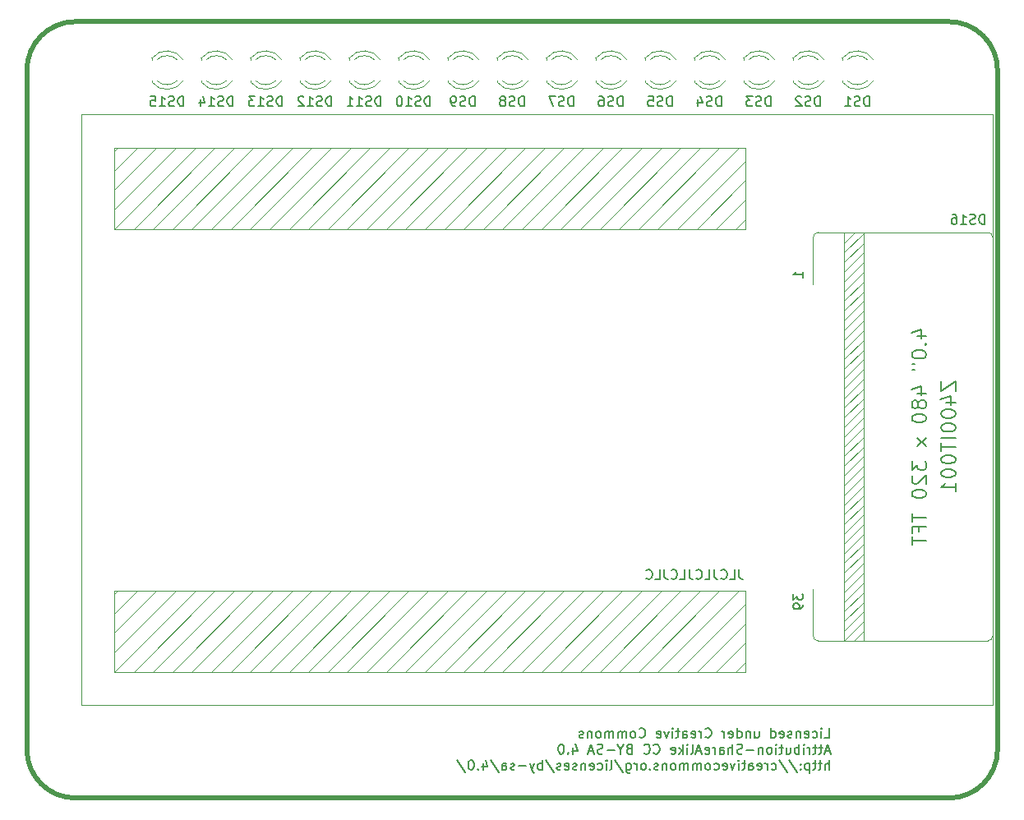
<source format=gbr>
G04 #@! TF.GenerationSoftware,KiCad,Pcbnew,(5.1.8)-1*
G04 #@! TF.CreationDate,2021-01-06T22:06:37-05:00*
G04 #@! TF.ProjectId,CANDash 2,43414e44-6173-4682-9032-2e6b69636164,2A*
G04 #@! TF.SameCoordinates,Original*
G04 #@! TF.FileFunction,Legend,Bot*
G04 #@! TF.FilePolarity,Positive*
%FSLAX46Y46*%
G04 Gerber Fmt 4.6, Leading zero omitted, Abs format (unit mm)*
G04 Created by KiCad (PCBNEW (5.1.8)-1) date 2021-01-06 22:06:37*
%MOMM*%
%LPD*%
G01*
G04 APERTURE LIST*
%ADD10C,0.150000*%
G04 #@! TA.AperFunction,Profile*
%ADD11C,0.508000*%
G04 #@! TD*
%ADD12C,0.120000*%
%ADD13C,0.152400*%
G04 APERTURE END LIST*
D10*
X173378690Y-121452380D02*
X173378690Y-122166666D01*
X173426309Y-122309523D01*
X173521547Y-122404761D01*
X173664404Y-122452380D01*
X173759642Y-122452380D01*
X172426309Y-122452380D02*
X172902500Y-122452380D01*
X172902500Y-121452380D01*
X171521547Y-122357142D02*
X171569166Y-122404761D01*
X171712023Y-122452380D01*
X171807261Y-122452380D01*
X171950119Y-122404761D01*
X172045357Y-122309523D01*
X172092976Y-122214285D01*
X172140595Y-122023809D01*
X172140595Y-121880952D01*
X172092976Y-121690476D01*
X172045357Y-121595238D01*
X171950119Y-121500000D01*
X171807261Y-121452380D01*
X171712023Y-121452380D01*
X171569166Y-121500000D01*
X171521547Y-121547619D01*
X170807261Y-121452380D02*
X170807261Y-122166666D01*
X170854880Y-122309523D01*
X170950119Y-122404761D01*
X171092976Y-122452380D01*
X171188214Y-122452380D01*
X169854880Y-122452380D02*
X170331071Y-122452380D01*
X170331071Y-121452380D01*
X168950119Y-122357142D02*
X168997738Y-122404761D01*
X169140595Y-122452380D01*
X169235833Y-122452380D01*
X169378690Y-122404761D01*
X169473928Y-122309523D01*
X169521547Y-122214285D01*
X169569166Y-122023809D01*
X169569166Y-121880952D01*
X169521547Y-121690476D01*
X169473928Y-121595238D01*
X169378690Y-121500000D01*
X169235833Y-121452380D01*
X169140595Y-121452380D01*
X168997738Y-121500000D01*
X168950119Y-121547619D01*
X168235833Y-121452380D02*
X168235833Y-122166666D01*
X168283452Y-122309523D01*
X168378690Y-122404761D01*
X168521547Y-122452380D01*
X168616785Y-122452380D01*
X167283452Y-122452380D02*
X167759642Y-122452380D01*
X167759642Y-121452380D01*
X166378690Y-122357142D02*
X166426309Y-122404761D01*
X166569166Y-122452380D01*
X166664404Y-122452380D01*
X166807261Y-122404761D01*
X166902500Y-122309523D01*
X166950119Y-122214285D01*
X166997738Y-122023809D01*
X166997738Y-121880952D01*
X166950119Y-121690476D01*
X166902500Y-121595238D01*
X166807261Y-121500000D01*
X166664404Y-121452380D01*
X166569166Y-121452380D01*
X166426309Y-121500000D01*
X166378690Y-121547619D01*
X165664404Y-121452380D02*
X165664404Y-122166666D01*
X165712023Y-122309523D01*
X165807261Y-122404761D01*
X165950119Y-122452380D01*
X166045357Y-122452380D01*
X164712023Y-122452380D02*
X165188214Y-122452380D01*
X165188214Y-121452380D01*
X163807261Y-122357142D02*
X163854880Y-122404761D01*
X163997738Y-122452380D01*
X164092976Y-122452380D01*
X164235833Y-122404761D01*
X164331071Y-122309523D01*
X164378690Y-122214285D01*
X164426309Y-122023809D01*
X164426309Y-121880952D01*
X164378690Y-121690476D01*
X164331071Y-121595238D01*
X164235833Y-121500000D01*
X164092976Y-121452380D01*
X163997738Y-121452380D01*
X163854880Y-121500000D01*
X163807261Y-121547619D01*
X182188214Y-138802380D02*
X182664404Y-138802380D01*
X182664404Y-137802380D01*
X181854880Y-138802380D02*
X181854880Y-138135714D01*
X181854880Y-137802380D02*
X181902500Y-137850000D01*
X181854880Y-137897619D01*
X181807261Y-137850000D01*
X181854880Y-137802380D01*
X181854880Y-137897619D01*
X180950119Y-138754761D02*
X181045357Y-138802380D01*
X181235833Y-138802380D01*
X181331071Y-138754761D01*
X181378690Y-138707142D01*
X181426309Y-138611904D01*
X181426309Y-138326190D01*
X181378690Y-138230952D01*
X181331071Y-138183333D01*
X181235833Y-138135714D01*
X181045357Y-138135714D01*
X180950119Y-138183333D01*
X180140595Y-138754761D02*
X180235833Y-138802380D01*
X180426309Y-138802380D01*
X180521547Y-138754761D01*
X180569166Y-138659523D01*
X180569166Y-138278571D01*
X180521547Y-138183333D01*
X180426309Y-138135714D01*
X180235833Y-138135714D01*
X180140595Y-138183333D01*
X180092976Y-138278571D01*
X180092976Y-138373809D01*
X180569166Y-138469047D01*
X179664404Y-138135714D02*
X179664404Y-138802380D01*
X179664404Y-138230952D02*
X179616785Y-138183333D01*
X179521547Y-138135714D01*
X179378690Y-138135714D01*
X179283452Y-138183333D01*
X179235833Y-138278571D01*
X179235833Y-138802380D01*
X178807261Y-138754761D02*
X178712023Y-138802380D01*
X178521547Y-138802380D01*
X178426309Y-138754761D01*
X178378690Y-138659523D01*
X178378690Y-138611904D01*
X178426309Y-138516666D01*
X178521547Y-138469047D01*
X178664404Y-138469047D01*
X178759642Y-138421428D01*
X178807261Y-138326190D01*
X178807261Y-138278571D01*
X178759642Y-138183333D01*
X178664404Y-138135714D01*
X178521547Y-138135714D01*
X178426309Y-138183333D01*
X177569166Y-138754761D02*
X177664404Y-138802380D01*
X177854880Y-138802380D01*
X177950119Y-138754761D01*
X177997738Y-138659523D01*
X177997738Y-138278571D01*
X177950119Y-138183333D01*
X177854880Y-138135714D01*
X177664404Y-138135714D01*
X177569166Y-138183333D01*
X177521547Y-138278571D01*
X177521547Y-138373809D01*
X177997738Y-138469047D01*
X176664404Y-138802380D02*
X176664404Y-137802380D01*
X176664404Y-138754761D02*
X176759642Y-138802380D01*
X176950119Y-138802380D01*
X177045357Y-138754761D01*
X177092976Y-138707142D01*
X177140595Y-138611904D01*
X177140595Y-138326190D01*
X177092976Y-138230952D01*
X177045357Y-138183333D01*
X176950119Y-138135714D01*
X176759642Y-138135714D01*
X176664404Y-138183333D01*
X174997738Y-138135714D02*
X174997738Y-138802380D01*
X175426309Y-138135714D02*
X175426309Y-138659523D01*
X175378690Y-138754761D01*
X175283452Y-138802380D01*
X175140595Y-138802380D01*
X175045357Y-138754761D01*
X174997738Y-138707142D01*
X174521547Y-138135714D02*
X174521547Y-138802380D01*
X174521547Y-138230952D02*
X174473928Y-138183333D01*
X174378690Y-138135714D01*
X174235833Y-138135714D01*
X174140595Y-138183333D01*
X174092976Y-138278571D01*
X174092976Y-138802380D01*
X173188214Y-138802380D02*
X173188214Y-137802380D01*
X173188214Y-138754761D02*
X173283452Y-138802380D01*
X173473928Y-138802380D01*
X173569166Y-138754761D01*
X173616785Y-138707142D01*
X173664404Y-138611904D01*
X173664404Y-138326190D01*
X173616785Y-138230952D01*
X173569166Y-138183333D01*
X173473928Y-138135714D01*
X173283452Y-138135714D01*
X173188214Y-138183333D01*
X172331071Y-138754761D02*
X172426309Y-138802380D01*
X172616785Y-138802380D01*
X172712023Y-138754761D01*
X172759642Y-138659523D01*
X172759642Y-138278571D01*
X172712023Y-138183333D01*
X172616785Y-138135714D01*
X172426309Y-138135714D01*
X172331071Y-138183333D01*
X172283452Y-138278571D01*
X172283452Y-138373809D01*
X172759642Y-138469047D01*
X171854880Y-138802380D02*
X171854880Y-138135714D01*
X171854880Y-138326190D02*
X171807261Y-138230952D01*
X171759642Y-138183333D01*
X171664404Y-138135714D01*
X171569166Y-138135714D01*
X169902500Y-138707142D02*
X169950119Y-138754761D01*
X170092976Y-138802380D01*
X170188214Y-138802380D01*
X170331071Y-138754761D01*
X170426309Y-138659523D01*
X170473928Y-138564285D01*
X170521547Y-138373809D01*
X170521547Y-138230952D01*
X170473928Y-138040476D01*
X170426309Y-137945238D01*
X170331071Y-137850000D01*
X170188214Y-137802380D01*
X170092976Y-137802380D01*
X169950119Y-137850000D01*
X169902500Y-137897619D01*
X169473928Y-138802380D02*
X169473928Y-138135714D01*
X169473928Y-138326190D02*
X169426309Y-138230952D01*
X169378690Y-138183333D01*
X169283452Y-138135714D01*
X169188214Y-138135714D01*
X168473928Y-138754761D02*
X168569166Y-138802380D01*
X168759642Y-138802380D01*
X168854880Y-138754761D01*
X168902500Y-138659523D01*
X168902500Y-138278571D01*
X168854880Y-138183333D01*
X168759642Y-138135714D01*
X168569166Y-138135714D01*
X168473928Y-138183333D01*
X168426309Y-138278571D01*
X168426309Y-138373809D01*
X168902500Y-138469047D01*
X167569166Y-138802380D02*
X167569166Y-138278571D01*
X167616785Y-138183333D01*
X167712023Y-138135714D01*
X167902500Y-138135714D01*
X167997738Y-138183333D01*
X167569166Y-138754761D02*
X167664404Y-138802380D01*
X167902500Y-138802380D01*
X167997738Y-138754761D01*
X168045357Y-138659523D01*
X168045357Y-138564285D01*
X167997738Y-138469047D01*
X167902500Y-138421428D01*
X167664404Y-138421428D01*
X167569166Y-138373809D01*
X167235833Y-138135714D02*
X166854880Y-138135714D01*
X167092976Y-137802380D02*
X167092976Y-138659523D01*
X167045357Y-138754761D01*
X166950119Y-138802380D01*
X166854880Y-138802380D01*
X166521547Y-138802380D02*
X166521547Y-138135714D01*
X166521547Y-137802380D02*
X166569166Y-137850000D01*
X166521547Y-137897619D01*
X166473928Y-137850000D01*
X166521547Y-137802380D01*
X166521547Y-137897619D01*
X166140595Y-138135714D02*
X165902500Y-138802380D01*
X165664404Y-138135714D01*
X164902500Y-138754761D02*
X164997738Y-138802380D01*
X165188214Y-138802380D01*
X165283452Y-138754761D01*
X165331071Y-138659523D01*
X165331071Y-138278571D01*
X165283452Y-138183333D01*
X165188214Y-138135714D01*
X164997738Y-138135714D01*
X164902500Y-138183333D01*
X164854880Y-138278571D01*
X164854880Y-138373809D01*
X165331071Y-138469047D01*
X163092976Y-138707142D02*
X163140595Y-138754761D01*
X163283452Y-138802380D01*
X163378690Y-138802380D01*
X163521547Y-138754761D01*
X163616785Y-138659523D01*
X163664404Y-138564285D01*
X163712023Y-138373809D01*
X163712023Y-138230952D01*
X163664404Y-138040476D01*
X163616785Y-137945238D01*
X163521547Y-137850000D01*
X163378690Y-137802380D01*
X163283452Y-137802380D01*
X163140595Y-137850000D01*
X163092976Y-137897619D01*
X162521547Y-138802380D02*
X162616785Y-138754761D01*
X162664404Y-138707142D01*
X162712023Y-138611904D01*
X162712023Y-138326190D01*
X162664404Y-138230952D01*
X162616785Y-138183333D01*
X162521547Y-138135714D01*
X162378690Y-138135714D01*
X162283452Y-138183333D01*
X162235833Y-138230952D01*
X162188214Y-138326190D01*
X162188214Y-138611904D01*
X162235833Y-138707142D01*
X162283452Y-138754761D01*
X162378690Y-138802380D01*
X162521547Y-138802380D01*
X161759642Y-138802380D02*
X161759642Y-138135714D01*
X161759642Y-138230952D02*
X161712023Y-138183333D01*
X161616785Y-138135714D01*
X161473928Y-138135714D01*
X161378690Y-138183333D01*
X161331071Y-138278571D01*
X161331071Y-138802380D01*
X161331071Y-138278571D02*
X161283452Y-138183333D01*
X161188214Y-138135714D01*
X161045357Y-138135714D01*
X160950119Y-138183333D01*
X160902500Y-138278571D01*
X160902500Y-138802380D01*
X160426309Y-138802380D02*
X160426309Y-138135714D01*
X160426309Y-138230952D02*
X160378690Y-138183333D01*
X160283452Y-138135714D01*
X160140595Y-138135714D01*
X160045357Y-138183333D01*
X159997738Y-138278571D01*
X159997738Y-138802380D01*
X159997738Y-138278571D02*
X159950119Y-138183333D01*
X159854880Y-138135714D01*
X159712023Y-138135714D01*
X159616785Y-138183333D01*
X159569166Y-138278571D01*
X159569166Y-138802380D01*
X158950119Y-138802380D02*
X159045357Y-138754761D01*
X159092976Y-138707142D01*
X159140595Y-138611904D01*
X159140595Y-138326190D01*
X159092976Y-138230952D01*
X159045357Y-138183333D01*
X158950119Y-138135714D01*
X158807261Y-138135714D01*
X158712023Y-138183333D01*
X158664404Y-138230952D01*
X158616785Y-138326190D01*
X158616785Y-138611904D01*
X158664404Y-138707142D01*
X158712023Y-138754761D01*
X158807261Y-138802380D01*
X158950119Y-138802380D01*
X158188214Y-138135714D02*
X158188214Y-138802380D01*
X158188214Y-138230952D02*
X158140595Y-138183333D01*
X158045357Y-138135714D01*
X157902500Y-138135714D01*
X157807261Y-138183333D01*
X157759642Y-138278571D01*
X157759642Y-138802380D01*
X157331071Y-138754761D02*
X157235833Y-138802380D01*
X157045357Y-138802380D01*
X156950119Y-138754761D01*
X156902500Y-138659523D01*
X156902500Y-138611904D01*
X156950119Y-138516666D01*
X157045357Y-138469047D01*
X157188214Y-138469047D01*
X157283452Y-138421428D01*
X157331071Y-138326190D01*
X157331071Y-138278571D01*
X157283452Y-138183333D01*
X157188214Y-138135714D01*
X157045357Y-138135714D01*
X156950119Y-138183333D01*
X182712023Y-140166666D02*
X182235833Y-140166666D01*
X182807261Y-140452380D02*
X182473928Y-139452380D01*
X182140595Y-140452380D01*
X181950119Y-139785714D02*
X181569166Y-139785714D01*
X181807261Y-139452380D02*
X181807261Y-140309523D01*
X181759642Y-140404761D01*
X181664404Y-140452380D01*
X181569166Y-140452380D01*
X181378690Y-139785714D02*
X180997738Y-139785714D01*
X181235833Y-139452380D02*
X181235833Y-140309523D01*
X181188214Y-140404761D01*
X181092976Y-140452380D01*
X180997738Y-140452380D01*
X180664404Y-140452380D02*
X180664404Y-139785714D01*
X180664404Y-139976190D02*
X180616785Y-139880952D01*
X180569166Y-139833333D01*
X180473928Y-139785714D01*
X180378690Y-139785714D01*
X180045357Y-140452380D02*
X180045357Y-139785714D01*
X180045357Y-139452380D02*
X180092976Y-139500000D01*
X180045357Y-139547619D01*
X179997738Y-139500000D01*
X180045357Y-139452380D01*
X180045357Y-139547619D01*
X179569166Y-140452380D02*
X179569166Y-139452380D01*
X179569166Y-139833333D02*
X179473928Y-139785714D01*
X179283452Y-139785714D01*
X179188214Y-139833333D01*
X179140595Y-139880952D01*
X179092976Y-139976190D01*
X179092976Y-140261904D01*
X179140595Y-140357142D01*
X179188214Y-140404761D01*
X179283452Y-140452380D01*
X179473928Y-140452380D01*
X179569166Y-140404761D01*
X178235833Y-139785714D02*
X178235833Y-140452380D01*
X178664404Y-139785714D02*
X178664404Y-140309523D01*
X178616785Y-140404761D01*
X178521547Y-140452380D01*
X178378690Y-140452380D01*
X178283452Y-140404761D01*
X178235833Y-140357142D01*
X177902500Y-139785714D02*
X177521547Y-139785714D01*
X177759642Y-139452380D02*
X177759642Y-140309523D01*
X177712023Y-140404761D01*
X177616785Y-140452380D01*
X177521547Y-140452380D01*
X177188214Y-140452380D02*
X177188214Y-139785714D01*
X177188214Y-139452380D02*
X177235833Y-139500000D01*
X177188214Y-139547619D01*
X177140595Y-139500000D01*
X177188214Y-139452380D01*
X177188214Y-139547619D01*
X176569166Y-140452380D02*
X176664404Y-140404761D01*
X176712023Y-140357142D01*
X176759642Y-140261904D01*
X176759642Y-139976190D01*
X176712023Y-139880952D01*
X176664404Y-139833333D01*
X176569166Y-139785714D01*
X176426309Y-139785714D01*
X176331071Y-139833333D01*
X176283452Y-139880952D01*
X176235833Y-139976190D01*
X176235833Y-140261904D01*
X176283452Y-140357142D01*
X176331071Y-140404761D01*
X176426309Y-140452380D01*
X176569166Y-140452380D01*
X175807261Y-139785714D02*
X175807261Y-140452380D01*
X175807261Y-139880952D02*
X175759642Y-139833333D01*
X175664404Y-139785714D01*
X175521547Y-139785714D01*
X175426309Y-139833333D01*
X175378690Y-139928571D01*
X175378690Y-140452380D01*
X174902500Y-140071428D02*
X174140595Y-140071428D01*
X173712023Y-140404761D02*
X173569166Y-140452380D01*
X173331071Y-140452380D01*
X173235833Y-140404761D01*
X173188214Y-140357142D01*
X173140595Y-140261904D01*
X173140595Y-140166666D01*
X173188214Y-140071428D01*
X173235833Y-140023809D01*
X173331071Y-139976190D01*
X173521547Y-139928571D01*
X173616785Y-139880952D01*
X173664404Y-139833333D01*
X173712023Y-139738095D01*
X173712023Y-139642857D01*
X173664404Y-139547619D01*
X173616785Y-139500000D01*
X173521547Y-139452380D01*
X173283452Y-139452380D01*
X173140595Y-139500000D01*
X172712023Y-140452380D02*
X172712023Y-139452380D01*
X172283452Y-140452380D02*
X172283452Y-139928571D01*
X172331071Y-139833333D01*
X172426309Y-139785714D01*
X172569166Y-139785714D01*
X172664404Y-139833333D01*
X172712023Y-139880952D01*
X171378690Y-140452380D02*
X171378690Y-139928571D01*
X171426309Y-139833333D01*
X171521547Y-139785714D01*
X171712023Y-139785714D01*
X171807261Y-139833333D01*
X171378690Y-140404761D02*
X171473928Y-140452380D01*
X171712023Y-140452380D01*
X171807261Y-140404761D01*
X171854880Y-140309523D01*
X171854880Y-140214285D01*
X171807261Y-140119047D01*
X171712023Y-140071428D01*
X171473928Y-140071428D01*
X171378690Y-140023809D01*
X170902500Y-140452380D02*
X170902500Y-139785714D01*
X170902500Y-139976190D02*
X170854880Y-139880952D01*
X170807261Y-139833333D01*
X170712023Y-139785714D01*
X170616785Y-139785714D01*
X169902500Y-140404761D02*
X169997738Y-140452380D01*
X170188214Y-140452380D01*
X170283452Y-140404761D01*
X170331071Y-140309523D01*
X170331071Y-139928571D01*
X170283452Y-139833333D01*
X170188214Y-139785714D01*
X169997738Y-139785714D01*
X169902500Y-139833333D01*
X169854880Y-139928571D01*
X169854880Y-140023809D01*
X170331071Y-140119047D01*
X169473928Y-140166666D02*
X168997738Y-140166666D01*
X169569166Y-140452380D02*
X169235833Y-139452380D01*
X168902500Y-140452380D01*
X168426309Y-140452380D02*
X168521547Y-140404761D01*
X168569166Y-140309523D01*
X168569166Y-139452380D01*
X168045357Y-140452380D02*
X168045357Y-139785714D01*
X168045357Y-139452380D02*
X168092976Y-139500000D01*
X168045357Y-139547619D01*
X167997738Y-139500000D01*
X168045357Y-139452380D01*
X168045357Y-139547619D01*
X167569166Y-140452380D02*
X167569166Y-139452380D01*
X167473928Y-140071428D02*
X167188214Y-140452380D01*
X167188214Y-139785714D02*
X167569166Y-140166666D01*
X166378690Y-140404761D02*
X166473928Y-140452380D01*
X166664404Y-140452380D01*
X166759642Y-140404761D01*
X166807261Y-140309523D01*
X166807261Y-139928571D01*
X166759642Y-139833333D01*
X166664404Y-139785714D01*
X166473928Y-139785714D01*
X166378690Y-139833333D01*
X166331071Y-139928571D01*
X166331071Y-140023809D01*
X166807261Y-140119047D01*
X164569166Y-140357142D02*
X164616785Y-140404761D01*
X164759642Y-140452380D01*
X164854880Y-140452380D01*
X164997738Y-140404761D01*
X165092976Y-140309523D01*
X165140595Y-140214285D01*
X165188214Y-140023809D01*
X165188214Y-139880952D01*
X165140595Y-139690476D01*
X165092976Y-139595238D01*
X164997738Y-139500000D01*
X164854880Y-139452380D01*
X164759642Y-139452380D01*
X164616785Y-139500000D01*
X164569166Y-139547619D01*
X163569166Y-140357142D02*
X163616785Y-140404761D01*
X163759642Y-140452380D01*
X163854880Y-140452380D01*
X163997738Y-140404761D01*
X164092976Y-140309523D01*
X164140595Y-140214285D01*
X164188214Y-140023809D01*
X164188214Y-139880952D01*
X164140595Y-139690476D01*
X164092976Y-139595238D01*
X163997738Y-139500000D01*
X163854880Y-139452380D01*
X163759642Y-139452380D01*
X163616785Y-139500000D01*
X163569166Y-139547619D01*
X162045357Y-139928571D02*
X161902500Y-139976190D01*
X161854880Y-140023809D01*
X161807261Y-140119047D01*
X161807261Y-140261904D01*
X161854880Y-140357142D01*
X161902500Y-140404761D01*
X161997738Y-140452380D01*
X162378690Y-140452380D01*
X162378690Y-139452380D01*
X162045357Y-139452380D01*
X161950119Y-139500000D01*
X161902500Y-139547619D01*
X161854880Y-139642857D01*
X161854880Y-139738095D01*
X161902500Y-139833333D01*
X161950119Y-139880952D01*
X162045357Y-139928571D01*
X162378690Y-139928571D01*
X161188214Y-139976190D02*
X161188214Y-140452380D01*
X161521547Y-139452380D02*
X161188214Y-139976190D01*
X160854880Y-139452380D01*
X160521547Y-140071428D02*
X159759642Y-140071428D01*
X159331071Y-140404761D02*
X159188214Y-140452380D01*
X158950119Y-140452380D01*
X158854880Y-140404761D01*
X158807261Y-140357142D01*
X158759642Y-140261904D01*
X158759642Y-140166666D01*
X158807261Y-140071428D01*
X158854880Y-140023809D01*
X158950119Y-139976190D01*
X159140595Y-139928571D01*
X159235833Y-139880952D01*
X159283452Y-139833333D01*
X159331071Y-139738095D01*
X159331071Y-139642857D01*
X159283452Y-139547619D01*
X159235833Y-139500000D01*
X159140595Y-139452380D01*
X158902500Y-139452380D01*
X158759642Y-139500000D01*
X158378690Y-140166666D02*
X157902500Y-140166666D01*
X158473928Y-140452380D02*
X158140595Y-139452380D01*
X157807261Y-140452380D01*
X156283452Y-139785714D02*
X156283452Y-140452380D01*
X156521547Y-139404761D02*
X156759642Y-140119047D01*
X156140595Y-140119047D01*
X155759642Y-140357142D02*
X155712023Y-140404761D01*
X155759642Y-140452380D01*
X155807261Y-140404761D01*
X155759642Y-140357142D01*
X155759642Y-140452380D01*
X155092976Y-139452380D02*
X154997738Y-139452380D01*
X154902500Y-139500000D01*
X154854880Y-139547619D01*
X154807261Y-139642857D01*
X154759642Y-139833333D01*
X154759642Y-140071428D01*
X154807261Y-140261904D01*
X154854880Y-140357142D01*
X154902500Y-140404761D01*
X154997738Y-140452380D01*
X155092976Y-140452380D01*
X155188214Y-140404761D01*
X155235833Y-140357142D01*
X155283452Y-140261904D01*
X155331071Y-140071428D01*
X155331071Y-139833333D01*
X155283452Y-139642857D01*
X155235833Y-139547619D01*
X155188214Y-139500000D01*
X155092976Y-139452380D01*
X182664404Y-142102380D02*
X182664404Y-141102380D01*
X182235833Y-142102380D02*
X182235833Y-141578571D01*
X182283452Y-141483333D01*
X182378690Y-141435714D01*
X182521547Y-141435714D01*
X182616785Y-141483333D01*
X182664404Y-141530952D01*
X181902500Y-141435714D02*
X181521547Y-141435714D01*
X181759642Y-141102380D02*
X181759642Y-141959523D01*
X181712023Y-142054761D01*
X181616785Y-142102380D01*
X181521547Y-142102380D01*
X181331071Y-141435714D02*
X180950119Y-141435714D01*
X181188214Y-141102380D02*
X181188214Y-141959523D01*
X181140595Y-142054761D01*
X181045357Y-142102380D01*
X180950119Y-142102380D01*
X180616785Y-141435714D02*
X180616785Y-142435714D01*
X180616785Y-141483333D02*
X180521547Y-141435714D01*
X180331071Y-141435714D01*
X180235833Y-141483333D01*
X180188214Y-141530952D01*
X180140595Y-141626190D01*
X180140595Y-141911904D01*
X180188214Y-142007142D01*
X180235833Y-142054761D01*
X180331071Y-142102380D01*
X180521547Y-142102380D01*
X180616785Y-142054761D01*
X179712023Y-142007142D02*
X179664404Y-142054761D01*
X179712023Y-142102380D01*
X179759642Y-142054761D01*
X179712023Y-142007142D01*
X179712023Y-142102380D01*
X179712023Y-141483333D02*
X179664404Y-141530952D01*
X179712023Y-141578571D01*
X179759642Y-141530952D01*
X179712023Y-141483333D01*
X179712023Y-141578571D01*
X178521547Y-141054761D02*
X179378690Y-142340476D01*
X177473928Y-141054761D02*
X178331071Y-142340476D01*
X176712023Y-142054761D02*
X176807261Y-142102380D01*
X176997738Y-142102380D01*
X177092976Y-142054761D01*
X177140595Y-142007142D01*
X177188214Y-141911904D01*
X177188214Y-141626190D01*
X177140595Y-141530952D01*
X177092976Y-141483333D01*
X176997738Y-141435714D01*
X176807261Y-141435714D01*
X176712023Y-141483333D01*
X176283452Y-142102380D02*
X176283452Y-141435714D01*
X176283452Y-141626190D02*
X176235833Y-141530952D01*
X176188214Y-141483333D01*
X176092976Y-141435714D01*
X175997738Y-141435714D01*
X175283452Y-142054761D02*
X175378690Y-142102380D01*
X175569166Y-142102380D01*
X175664404Y-142054761D01*
X175712023Y-141959523D01*
X175712023Y-141578571D01*
X175664404Y-141483333D01*
X175569166Y-141435714D01*
X175378690Y-141435714D01*
X175283452Y-141483333D01*
X175235833Y-141578571D01*
X175235833Y-141673809D01*
X175712023Y-141769047D01*
X174378690Y-142102380D02*
X174378690Y-141578571D01*
X174426309Y-141483333D01*
X174521547Y-141435714D01*
X174712023Y-141435714D01*
X174807261Y-141483333D01*
X174378690Y-142054761D02*
X174473928Y-142102380D01*
X174712023Y-142102380D01*
X174807261Y-142054761D01*
X174854880Y-141959523D01*
X174854880Y-141864285D01*
X174807261Y-141769047D01*
X174712023Y-141721428D01*
X174473928Y-141721428D01*
X174378690Y-141673809D01*
X174045357Y-141435714D02*
X173664404Y-141435714D01*
X173902500Y-141102380D02*
X173902500Y-141959523D01*
X173854880Y-142054761D01*
X173759642Y-142102380D01*
X173664404Y-142102380D01*
X173331071Y-142102380D02*
X173331071Y-141435714D01*
X173331071Y-141102380D02*
X173378690Y-141150000D01*
X173331071Y-141197619D01*
X173283452Y-141150000D01*
X173331071Y-141102380D01*
X173331071Y-141197619D01*
X172950119Y-141435714D02*
X172712023Y-142102380D01*
X172473928Y-141435714D01*
X171712023Y-142054761D02*
X171807261Y-142102380D01*
X171997738Y-142102380D01*
X172092976Y-142054761D01*
X172140595Y-141959523D01*
X172140595Y-141578571D01*
X172092976Y-141483333D01*
X171997738Y-141435714D01*
X171807261Y-141435714D01*
X171712023Y-141483333D01*
X171664404Y-141578571D01*
X171664404Y-141673809D01*
X172140595Y-141769047D01*
X170807261Y-142054761D02*
X170902500Y-142102380D01*
X171092976Y-142102380D01*
X171188214Y-142054761D01*
X171235833Y-142007142D01*
X171283452Y-141911904D01*
X171283452Y-141626190D01*
X171235833Y-141530952D01*
X171188214Y-141483333D01*
X171092976Y-141435714D01*
X170902500Y-141435714D01*
X170807261Y-141483333D01*
X170235833Y-142102380D02*
X170331071Y-142054761D01*
X170378690Y-142007142D01*
X170426309Y-141911904D01*
X170426309Y-141626190D01*
X170378690Y-141530952D01*
X170331071Y-141483333D01*
X170235833Y-141435714D01*
X170092976Y-141435714D01*
X169997738Y-141483333D01*
X169950119Y-141530952D01*
X169902500Y-141626190D01*
X169902500Y-141911904D01*
X169950119Y-142007142D01*
X169997738Y-142054761D01*
X170092976Y-142102380D01*
X170235833Y-142102380D01*
X169473928Y-142102380D02*
X169473928Y-141435714D01*
X169473928Y-141530952D02*
X169426309Y-141483333D01*
X169331071Y-141435714D01*
X169188214Y-141435714D01*
X169092976Y-141483333D01*
X169045357Y-141578571D01*
X169045357Y-142102380D01*
X169045357Y-141578571D02*
X168997738Y-141483333D01*
X168902500Y-141435714D01*
X168759642Y-141435714D01*
X168664404Y-141483333D01*
X168616785Y-141578571D01*
X168616785Y-142102380D01*
X168140595Y-142102380D02*
X168140595Y-141435714D01*
X168140595Y-141530952D02*
X168092976Y-141483333D01*
X167997738Y-141435714D01*
X167854880Y-141435714D01*
X167759642Y-141483333D01*
X167712023Y-141578571D01*
X167712023Y-142102380D01*
X167712023Y-141578571D02*
X167664404Y-141483333D01*
X167569166Y-141435714D01*
X167426309Y-141435714D01*
X167331071Y-141483333D01*
X167283452Y-141578571D01*
X167283452Y-142102380D01*
X166664404Y-142102380D02*
X166759642Y-142054761D01*
X166807261Y-142007142D01*
X166854880Y-141911904D01*
X166854880Y-141626190D01*
X166807261Y-141530952D01*
X166759642Y-141483333D01*
X166664404Y-141435714D01*
X166521547Y-141435714D01*
X166426309Y-141483333D01*
X166378690Y-141530952D01*
X166331071Y-141626190D01*
X166331071Y-141911904D01*
X166378690Y-142007142D01*
X166426309Y-142054761D01*
X166521547Y-142102380D01*
X166664404Y-142102380D01*
X165902500Y-141435714D02*
X165902500Y-142102380D01*
X165902500Y-141530952D02*
X165854880Y-141483333D01*
X165759642Y-141435714D01*
X165616785Y-141435714D01*
X165521547Y-141483333D01*
X165473928Y-141578571D01*
X165473928Y-142102380D01*
X165045357Y-142054761D02*
X164950119Y-142102380D01*
X164759642Y-142102380D01*
X164664404Y-142054761D01*
X164616785Y-141959523D01*
X164616785Y-141911904D01*
X164664404Y-141816666D01*
X164759642Y-141769047D01*
X164902500Y-141769047D01*
X164997738Y-141721428D01*
X165045357Y-141626190D01*
X165045357Y-141578571D01*
X164997738Y-141483333D01*
X164902500Y-141435714D01*
X164759642Y-141435714D01*
X164664404Y-141483333D01*
X164188214Y-142007142D02*
X164140595Y-142054761D01*
X164188214Y-142102380D01*
X164235833Y-142054761D01*
X164188214Y-142007142D01*
X164188214Y-142102380D01*
X163569166Y-142102380D02*
X163664404Y-142054761D01*
X163712023Y-142007142D01*
X163759642Y-141911904D01*
X163759642Y-141626190D01*
X163712023Y-141530952D01*
X163664404Y-141483333D01*
X163569166Y-141435714D01*
X163426309Y-141435714D01*
X163331071Y-141483333D01*
X163283452Y-141530952D01*
X163235833Y-141626190D01*
X163235833Y-141911904D01*
X163283452Y-142007142D01*
X163331071Y-142054761D01*
X163426309Y-142102380D01*
X163569166Y-142102380D01*
X162807261Y-142102380D02*
X162807261Y-141435714D01*
X162807261Y-141626190D02*
X162759642Y-141530952D01*
X162712023Y-141483333D01*
X162616785Y-141435714D01*
X162521547Y-141435714D01*
X161759642Y-141435714D02*
X161759642Y-142245238D01*
X161807261Y-142340476D01*
X161854880Y-142388095D01*
X161950119Y-142435714D01*
X162092976Y-142435714D01*
X162188214Y-142388095D01*
X161759642Y-142054761D02*
X161854880Y-142102380D01*
X162045357Y-142102380D01*
X162140595Y-142054761D01*
X162188214Y-142007142D01*
X162235833Y-141911904D01*
X162235833Y-141626190D01*
X162188214Y-141530952D01*
X162140595Y-141483333D01*
X162045357Y-141435714D01*
X161854880Y-141435714D01*
X161759642Y-141483333D01*
X160569166Y-141054761D02*
X161426309Y-142340476D01*
X160092976Y-142102380D02*
X160188214Y-142054761D01*
X160235833Y-141959523D01*
X160235833Y-141102380D01*
X159712023Y-142102380D02*
X159712023Y-141435714D01*
X159712023Y-141102380D02*
X159759642Y-141150000D01*
X159712023Y-141197619D01*
X159664404Y-141150000D01*
X159712023Y-141102380D01*
X159712023Y-141197619D01*
X158807261Y-142054761D02*
X158902500Y-142102380D01*
X159092976Y-142102380D01*
X159188214Y-142054761D01*
X159235833Y-142007142D01*
X159283452Y-141911904D01*
X159283452Y-141626190D01*
X159235833Y-141530952D01*
X159188214Y-141483333D01*
X159092976Y-141435714D01*
X158902500Y-141435714D01*
X158807261Y-141483333D01*
X157997738Y-142054761D02*
X158092976Y-142102380D01*
X158283452Y-142102380D01*
X158378690Y-142054761D01*
X158426309Y-141959523D01*
X158426309Y-141578571D01*
X158378690Y-141483333D01*
X158283452Y-141435714D01*
X158092976Y-141435714D01*
X157997738Y-141483333D01*
X157950119Y-141578571D01*
X157950119Y-141673809D01*
X158426309Y-141769047D01*
X157521547Y-141435714D02*
X157521547Y-142102380D01*
X157521547Y-141530952D02*
X157473928Y-141483333D01*
X157378690Y-141435714D01*
X157235833Y-141435714D01*
X157140595Y-141483333D01*
X157092976Y-141578571D01*
X157092976Y-142102380D01*
X156664404Y-142054761D02*
X156569166Y-142102380D01*
X156378690Y-142102380D01*
X156283452Y-142054761D01*
X156235833Y-141959523D01*
X156235833Y-141911904D01*
X156283452Y-141816666D01*
X156378690Y-141769047D01*
X156521547Y-141769047D01*
X156616785Y-141721428D01*
X156664404Y-141626190D01*
X156664404Y-141578571D01*
X156616785Y-141483333D01*
X156521547Y-141435714D01*
X156378690Y-141435714D01*
X156283452Y-141483333D01*
X155426309Y-142054761D02*
X155521547Y-142102380D01*
X155712023Y-142102380D01*
X155807261Y-142054761D01*
X155854880Y-141959523D01*
X155854880Y-141578571D01*
X155807261Y-141483333D01*
X155712023Y-141435714D01*
X155521547Y-141435714D01*
X155426309Y-141483333D01*
X155378690Y-141578571D01*
X155378690Y-141673809D01*
X155854880Y-141769047D01*
X154997738Y-142054761D02*
X154902500Y-142102380D01*
X154712023Y-142102380D01*
X154616785Y-142054761D01*
X154569166Y-141959523D01*
X154569166Y-141911904D01*
X154616785Y-141816666D01*
X154712023Y-141769047D01*
X154854880Y-141769047D01*
X154950119Y-141721428D01*
X154997738Y-141626190D01*
X154997738Y-141578571D01*
X154950119Y-141483333D01*
X154854880Y-141435714D01*
X154712023Y-141435714D01*
X154616785Y-141483333D01*
X153426309Y-141054761D02*
X154283452Y-142340476D01*
X153092976Y-142102380D02*
X153092976Y-141102380D01*
X153092976Y-141483333D02*
X152997738Y-141435714D01*
X152807261Y-141435714D01*
X152712023Y-141483333D01*
X152664404Y-141530952D01*
X152616785Y-141626190D01*
X152616785Y-141911904D01*
X152664404Y-142007142D01*
X152712023Y-142054761D01*
X152807261Y-142102380D01*
X152997738Y-142102380D01*
X153092976Y-142054761D01*
X152283452Y-141435714D02*
X152045357Y-142102380D01*
X151807261Y-141435714D02*
X152045357Y-142102380D01*
X152140595Y-142340476D01*
X152188214Y-142388095D01*
X152283452Y-142435714D01*
X151426309Y-141721428D02*
X150664404Y-141721428D01*
X150235833Y-142054761D02*
X150140595Y-142102380D01*
X149950119Y-142102380D01*
X149854880Y-142054761D01*
X149807261Y-141959523D01*
X149807261Y-141911904D01*
X149854880Y-141816666D01*
X149950119Y-141769047D01*
X150092976Y-141769047D01*
X150188214Y-141721428D01*
X150235833Y-141626190D01*
X150235833Y-141578571D01*
X150188214Y-141483333D01*
X150092976Y-141435714D01*
X149950119Y-141435714D01*
X149854880Y-141483333D01*
X148950119Y-142102380D02*
X148950119Y-141578571D01*
X148997738Y-141483333D01*
X149092976Y-141435714D01*
X149283452Y-141435714D01*
X149378690Y-141483333D01*
X148950119Y-142054761D02*
X149045357Y-142102380D01*
X149283452Y-142102380D01*
X149378690Y-142054761D01*
X149426309Y-141959523D01*
X149426309Y-141864285D01*
X149378690Y-141769047D01*
X149283452Y-141721428D01*
X149045357Y-141721428D01*
X148950119Y-141673809D01*
X147759642Y-141054761D02*
X148616785Y-142340476D01*
X146997738Y-141435714D02*
X146997738Y-142102380D01*
X147235833Y-141054761D02*
X147473928Y-141769047D01*
X146854880Y-141769047D01*
X146473928Y-142007142D02*
X146426309Y-142054761D01*
X146473928Y-142102380D01*
X146521547Y-142054761D01*
X146473928Y-142007142D01*
X146473928Y-142102380D01*
X145807261Y-141102380D02*
X145712023Y-141102380D01*
X145616785Y-141150000D01*
X145569166Y-141197619D01*
X145521547Y-141292857D01*
X145473928Y-141483333D01*
X145473928Y-141721428D01*
X145521547Y-141911904D01*
X145569166Y-142007142D01*
X145616785Y-142054761D01*
X145712023Y-142102380D01*
X145807261Y-142102380D01*
X145902500Y-142054761D01*
X145950119Y-142007142D01*
X145997738Y-141911904D01*
X146045357Y-141721428D01*
X146045357Y-141483333D01*
X145997738Y-141292857D01*
X145950119Y-141197619D01*
X145902500Y-141150000D01*
X145807261Y-141102380D01*
X144331071Y-141054761D02*
X145188214Y-142340476D01*
D11*
X105000000Y-65000000D02*
X195000000Y-65000000D01*
X200000000Y-70000000D02*
X200000000Y-140000000D01*
X200000000Y-70000000D02*
G75*
G03*
X195000000Y-65000000I-5000000J0D01*
G01*
X100000000Y-70000000D02*
X100000000Y-140000000D01*
X105000000Y-65000000D02*
G75*
G03*
X100000000Y-70000000I0J-5000000D01*
G01*
X195000000Y-145000000D02*
X105000000Y-145000000D01*
X195000000Y-145000000D02*
G75*
G03*
X200000000Y-140000000I0J5000000D01*
G01*
X100000000Y-140000000D02*
G75*
G03*
X105000000Y-145000000I5000000J0D01*
G01*
D12*
X111350000Y-78000000D02*
X109000000Y-80350000D01*
X113350000Y-78000000D02*
X109000000Y-82350000D01*
X115350000Y-78000000D02*
X109000000Y-84350000D01*
X117350000Y-78000000D02*
X109000000Y-86350000D01*
X133350000Y-78000000D02*
X125000000Y-86350000D01*
X137350000Y-78000000D02*
X129000000Y-86350000D01*
X135350000Y-78000000D02*
X127000000Y-86350000D01*
X143350000Y-78000000D02*
X135000000Y-86350000D01*
X139350000Y-78000000D02*
X131000000Y-86350000D01*
X141350000Y-78000000D02*
X133000000Y-86350000D01*
X149350000Y-78000000D02*
X141000000Y-86350000D01*
X145350000Y-78000000D02*
X137000000Y-86350000D01*
X147350000Y-78000000D02*
X139000000Y-86350000D01*
X119350000Y-78000000D02*
X111000000Y-86350000D01*
X125350000Y-78000000D02*
X117000000Y-86350000D01*
X121350000Y-78000000D02*
X113000000Y-86350000D01*
X123350000Y-78000000D02*
X115000000Y-86350000D01*
X129350000Y-78000000D02*
X121000000Y-86350000D01*
X127350000Y-78000000D02*
X119000000Y-86350000D01*
X131350000Y-78000000D02*
X123000000Y-86350000D01*
X161350000Y-78000000D02*
X153000000Y-86350000D01*
X159350000Y-78000000D02*
X151000000Y-86350000D01*
X157350000Y-78000000D02*
X149000000Y-86350000D01*
X165350000Y-78000000D02*
X157000000Y-86350000D01*
X167350000Y-78000000D02*
X159000000Y-86350000D01*
X163350000Y-78000000D02*
X155000000Y-86350000D01*
X169350000Y-78000000D02*
X161000000Y-86350000D01*
X174000000Y-79350000D02*
X167000000Y-86350000D01*
X174000000Y-83350000D02*
X171000000Y-86350000D01*
X173350000Y-78000000D02*
X165000000Y-86350000D01*
X174000000Y-85350000D02*
X173000000Y-86350000D01*
X174000000Y-81350000D02*
X169000000Y-86350000D01*
X171350000Y-78000000D02*
X163000000Y-86350000D01*
X155350000Y-78000000D02*
X147000000Y-86350000D01*
X151350000Y-78000000D02*
X143000000Y-86350000D01*
X109350000Y-78000000D02*
X109000000Y-78350000D01*
X153350000Y-78000000D02*
X145000000Y-86350000D01*
X109350000Y-123650000D02*
X109000000Y-124000000D01*
X111350000Y-123650000D02*
X109000000Y-126000000D01*
X113350000Y-123650000D02*
X109000000Y-128000000D01*
X115350000Y-123650000D02*
X109000000Y-130000000D01*
X117350000Y-123650000D02*
X109000000Y-132000000D01*
X119350000Y-123650000D02*
X111000000Y-132000000D01*
X121350000Y-123650000D02*
X113000000Y-132000000D01*
X125350000Y-123650000D02*
X117000000Y-132000000D01*
X123350000Y-123650000D02*
X115000000Y-132000000D01*
X127350000Y-123650000D02*
X119000000Y-132000000D01*
X131350000Y-123650000D02*
X123000000Y-132000000D01*
X129350000Y-123650000D02*
X121000000Y-132000000D01*
X133350000Y-123650000D02*
X125000000Y-132000000D01*
X137350000Y-123650000D02*
X129000000Y-132000000D01*
X135350000Y-123650000D02*
X127000000Y-132000000D01*
X139350000Y-123650000D02*
X131000000Y-132000000D01*
X143350000Y-123650000D02*
X135000000Y-132000000D01*
X141350000Y-123650000D02*
X133000000Y-132000000D01*
X145350000Y-123650000D02*
X137000000Y-132000000D01*
X149350000Y-123650000D02*
X141000000Y-132000000D01*
X147350000Y-123650000D02*
X139000000Y-132000000D01*
X151350000Y-123650000D02*
X143000000Y-132000000D01*
X155350000Y-123650000D02*
X147000000Y-132000000D01*
X153350000Y-123650000D02*
X145000000Y-132000000D01*
X157350000Y-123650000D02*
X149000000Y-132000000D01*
X161350000Y-123650000D02*
X153000000Y-132000000D01*
X159350000Y-123650000D02*
X151000000Y-132000000D01*
X163350000Y-123650000D02*
X155000000Y-132000000D01*
X167350000Y-123650000D02*
X159000000Y-132000000D01*
X165350000Y-123650000D02*
X157000000Y-132000000D01*
X169350000Y-123650000D02*
X161000000Y-132000000D01*
X171350000Y-123650000D02*
X163000000Y-132000000D01*
X185260000Y-86750000D02*
X184210000Y-87800000D01*
X186210000Y-86800000D02*
X184210000Y-88800000D01*
X186210000Y-87800000D02*
X184210000Y-89800000D01*
X186210000Y-88800000D02*
X184210000Y-90800000D01*
X186210000Y-89800000D02*
X184210000Y-91800000D01*
X186210000Y-90800000D02*
X184210000Y-92800000D01*
X186210000Y-91800000D02*
X184210000Y-93800000D01*
X186210000Y-92800000D02*
X184210000Y-94800000D01*
X186210000Y-93800000D02*
X184210000Y-95800000D01*
X186210000Y-94800000D02*
X184210000Y-96800000D01*
X186210000Y-95800000D02*
X184210000Y-97800000D01*
X186210000Y-96800000D02*
X184210000Y-98800000D01*
X186210000Y-97800000D02*
X184210000Y-99800000D01*
X186210000Y-98800000D02*
X184210000Y-100800000D01*
X186210000Y-99800000D02*
X184210000Y-101800000D01*
X186210000Y-100800000D02*
X184210000Y-102800000D01*
X186210000Y-101800000D02*
X184210000Y-103800000D01*
X186210000Y-102800000D02*
X184210000Y-104800000D01*
X186210000Y-103800000D02*
X184210000Y-105800000D01*
X186210000Y-104800000D02*
X184210000Y-106800000D01*
X186210000Y-105800000D02*
X184210000Y-107800000D01*
X186210000Y-106800000D02*
X184210000Y-108800000D01*
X186210000Y-107800000D02*
X184210000Y-109800000D01*
X186210000Y-108800000D02*
X184210000Y-110800000D01*
X186210000Y-109800000D02*
X184210000Y-111800000D01*
X186210000Y-110800000D02*
X184210000Y-112800000D01*
X186210000Y-111800000D02*
X184210000Y-113800000D01*
X186210000Y-112800000D02*
X184210000Y-114800000D01*
X186210000Y-113800000D02*
X184210000Y-115800000D01*
X186210000Y-114800000D02*
X184210000Y-116800000D01*
X186210000Y-115800000D02*
X184210000Y-117800000D01*
X186210000Y-116800000D02*
X184210000Y-118800000D01*
X186210000Y-117800000D02*
X184210000Y-119800000D01*
X186210000Y-118800000D02*
X184210000Y-120800000D01*
X186210000Y-119800000D02*
X184210000Y-121800000D01*
X186210000Y-120800000D02*
X184210000Y-122800000D01*
X186210000Y-127800000D02*
X185210000Y-128800000D01*
X186210000Y-121800000D02*
X184210000Y-123800000D01*
X186210000Y-123800000D02*
X184210000Y-125800000D01*
X186210000Y-124800000D02*
X184210000Y-126800000D01*
X186210000Y-122800000D02*
X184210000Y-124800000D01*
X186210000Y-125800000D02*
X184210000Y-127800000D01*
X186210000Y-126800000D02*
X184210000Y-128800000D01*
X199500000Y-74560000D02*
X105640000Y-74560000D01*
X199500000Y-135440000D02*
X105640000Y-135440000D01*
X199500000Y-74560000D02*
X199500000Y-135440000D01*
X105640000Y-74560000D02*
X105640000Y-135440000D01*
X199000000Y-86720000D02*
X181510000Y-86720000D01*
X181010000Y-87220000D02*
X181010000Y-92060000D01*
X199000000Y-128800000D02*
X181510000Y-128800000D01*
X181010000Y-128300000D02*
X181010000Y-123460000D01*
X184210000Y-86720000D02*
X184210000Y-128800000D01*
X186210000Y-86720000D02*
X186210000Y-128800000D01*
X174000000Y-78000000D02*
X109000000Y-78000000D01*
X109000000Y-86350000D02*
X174000000Y-86350000D01*
X109000000Y-78000000D02*
X109000000Y-86350000D01*
X174000000Y-86350000D02*
X174000000Y-78000000D01*
X109000000Y-132000000D02*
X174000000Y-132000000D01*
X174000000Y-123650000D02*
X109000000Y-123650000D01*
X109000000Y-123650000D02*
X109000000Y-132000000D01*
X174000000Y-132000000D02*
X174000000Y-123650000D01*
X174000000Y-131000000D02*
X173000000Y-132000000D01*
X174000000Y-129000000D02*
X171000000Y-132000000D01*
X174000000Y-127000000D02*
X169000000Y-132000000D01*
X174000000Y-125000000D02*
X167000000Y-132000000D01*
X173350000Y-123650000D02*
X165000000Y-132000000D01*
X181510000Y-128800000D02*
G75*
G02*
X181010000Y-128300000I0J500000D01*
G01*
X181010000Y-87220000D02*
G75*
G02*
X181510000Y-86720000I500000J0D01*
G01*
X199500000Y-128300000D02*
G75*
G02*
X199000000Y-128800000I-500000J0D01*
G01*
X199000000Y-86720000D02*
G75*
G02*
X199500000Y-87220000I0J-500000D01*
G01*
X112880000Y-68920000D02*
X112880000Y-68764000D01*
X112880000Y-71236000D02*
X112880000Y-71080000D01*
X116112335Y-71078608D02*
G75*
G02*
X112880000Y-71235516I-1672335J1078608D01*
G01*
X116112335Y-68921392D02*
G75*
G03*
X112880000Y-68764484I-1672335J-1078608D01*
G01*
X115481130Y-71079837D02*
G75*
G02*
X113399039Y-71080000I-1041130J1079837D01*
G01*
X115481130Y-68920163D02*
G75*
G03*
X113399039Y-68920000I-1041130J-1079837D01*
G01*
X117960000Y-68920000D02*
X117960000Y-68764000D01*
X117960000Y-71236000D02*
X117960000Y-71080000D01*
X121192335Y-71078608D02*
G75*
G02*
X117960000Y-71235516I-1672335J1078608D01*
G01*
X121192335Y-68921392D02*
G75*
G03*
X117960000Y-68764484I-1672335J-1078608D01*
G01*
X120561130Y-71079837D02*
G75*
G02*
X118479039Y-71080000I-1041130J1079837D01*
G01*
X120561130Y-68920163D02*
G75*
G03*
X118479039Y-68920000I-1041130J-1079837D01*
G01*
X123040000Y-68920000D02*
X123040000Y-68764000D01*
X123040000Y-71236000D02*
X123040000Y-71080000D01*
X126272335Y-71078608D02*
G75*
G02*
X123040000Y-71235516I-1672335J1078608D01*
G01*
X126272335Y-68921392D02*
G75*
G03*
X123040000Y-68764484I-1672335J-1078608D01*
G01*
X125641130Y-71079837D02*
G75*
G02*
X123559039Y-71080000I-1041130J1079837D01*
G01*
X125641130Y-68920163D02*
G75*
G03*
X123559039Y-68920000I-1041130J-1079837D01*
G01*
X128120000Y-68920000D02*
X128120000Y-68764000D01*
X128120000Y-71236000D02*
X128120000Y-71080000D01*
X131352335Y-71078608D02*
G75*
G02*
X128120000Y-71235516I-1672335J1078608D01*
G01*
X131352335Y-68921392D02*
G75*
G03*
X128120000Y-68764484I-1672335J-1078608D01*
G01*
X130721130Y-71079837D02*
G75*
G02*
X128639039Y-71080000I-1041130J1079837D01*
G01*
X130721130Y-68920163D02*
G75*
G03*
X128639039Y-68920000I-1041130J-1079837D01*
G01*
X133200000Y-68920000D02*
X133200000Y-68764000D01*
X133200000Y-71236000D02*
X133200000Y-71080000D01*
X136432335Y-71078608D02*
G75*
G02*
X133200000Y-71235516I-1672335J1078608D01*
G01*
X136432335Y-68921392D02*
G75*
G03*
X133200000Y-68764484I-1672335J-1078608D01*
G01*
X135801130Y-71079837D02*
G75*
G02*
X133719039Y-71080000I-1041130J1079837D01*
G01*
X135801130Y-68920163D02*
G75*
G03*
X133719039Y-68920000I-1041130J-1079837D01*
G01*
X138280000Y-68920000D02*
X138280000Y-68764000D01*
X138280000Y-71236000D02*
X138280000Y-71080000D01*
X141512335Y-71078608D02*
G75*
G02*
X138280000Y-71235516I-1672335J1078608D01*
G01*
X141512335Y-68921392D02*
G75*
G03*
X138280000Y-68764484I-1672335J-1078608D01*
G01*
X140881130Y-71079837D02*
G75*
G02*
X138799039Y-71080000I-1041130J1079837D01*
G01*
X140881130Y-68920163D02*
G75*
G03*
X138799039Y-68920000I-1041130J-1079837D01*
G01*
X143360000Y-68920000D02*
X143360000Y-68764000D01*
X143360000Y-71236000D02*
X143360000Y-71080000D01*
X146592335Y-71078608D02*
G75*
G02*
X143360000Y-71235516I-1672335J1078608D01*
G01*
X146592335Y-68921392D02*
G75*
G03*
X143360000Y-68764484I-1672335J-1078608D01*
G01*
X145961130Y-71079837D02*
G75*
G02*
X143879039Y-71080000I-1041130J1079837D01*
G01*
X145961130Y-68920163D02*
G75*
G03*
X143879039Y-68920000I-1041130J-1079837D01*
G01*
X148440000Y-68920000D02*
X148440000Y-68764000D01*
X148440000Y-71236000D02*
X148440000Y-71080000D01*
X151672335Y-71078608D02*
G75*
G02*
X148440000Y-71235516I-1672335J1078608D01*
G01*
X151672335Y-68921392D02*
G75*
G03*
X148440000Y-68764484I-1672335J-1078608D01*
G01*
X151041130Y-71079837D02*
G75*
G02*
X148959039Y-71080000I-1041130J1079837D01*
G01*
X151041130Y-68920163D02*
G75*
G03*
X148959039Y-68920000I-1041130J-1079837D01*
G01*
X153520000Y-68920000D02*
X153520000Y-68764000D01*
X153520000Y-71236000D02*
X153520000Y-71080000D01*
X156752335Y-71078608D02*
G75*
G02*
X153520000Y-71235516I-1672335J1078608D01*
G01*
X156752335Y-68921392D02*
G75*
G03*
X153520000Y-68764484I-1672335J-1078608D01*
G01*
X156121130Y-71079837D02*
G75*
G02*
X154039039Y-71080000I-1041130J1079837D01*
G01*
X156121130Y-68920163D02*
G75*
G03*
X154039039Y-68920000I-1041130J-1079837D01*
G01*
X158600000Y-68920000D02*
X158600000Y-68764000D01*
X158600000Y-71236000D02*
X158600000Y-71080000D01*
X161832335Y-71078608D02*
G75*
G02*
X158600000Y-71235516I-1672335J1078608D01*
G01*
X161832335Y-68921392D02*
G75*
G03*
X158600000Y-68764484I-1672335J-1078608D01*
G01*
X161201130Y-71079837D02*
G75*
G02*
X159119039Y-71080000I-1041130J1079837D01*
G01*
X161201130Y-68920163D02*
G75*
G03*
X159119039Y-68920000I-1041130J-1079837D01*
G01*
X163680000Y-68920000D02*
X163680000Y-68764000D01*
X163680000Y-71236000D02*
X163680000Y-71080000D01*
X166912335Y-71078608D02*
G75*
G02*
X163680000Y-71235516I-1672335J1078608D01*
G01*
X166912335Y-68921392D02*
G75*
G03*
X163680000Y-68764484I-1672335J-1078608D01*
G01*
X166281130Y-71079837D02*
G75*
G02*
X164199039Y-71080000I-1041130J1079837D01*
G01*
X166281130Y-68920163D02*
G75*
G03*
X164199039Y-68920000I-1041130J-1079837D01*
G01*
X168760000Y-68920000D02*
X168760000Y-68764000D01*
X168760000Y-71236000D02*
X168760000Y-71080000D01*
X171992335Y-71078608D02*
G75*
G02*
X168760000Y-71235516I-1672335J1078608D01*
G01*
X171992335Y-68921392D02*
G75*
G03*
X168760000Y-68764484I-1672335J-1078608D01*
G01*
X171361130Y-71079837D02*
G75*
G02*
X169279039Y-71080000I-1041130J1079837D01*
G01*
X171361130Y-68920163D02*
G75*
G03*
X169279039Y-68920000I-1041130J-1079837D01*
G01*
X173840000Y-68920000D02*
X173840000Y-68764000D01*
X173840000Y-71236000D02*
X173840000Y-71080000D01*
X177072335Y-71078608D02*
G75*
G02*
X173840000Y-71235516I-1672335J1078608D01*
G01*
X177072335Y-68921392D02*
G75*
G03*
X173840000Y-68764484I-1672335J-1078608D01*
G01*
X176441130Y-71079837D02*
G75*
G02*
X174359039Y-71080000I-1041130J1079837D01*
G01*
X176441130Y-68920163D02*
G75*
G03*
X174359039Y-68920000I-1041130J-1079837D01*
G01*
X178920000Y-68920000D02*
X178920000Y-68764000D01*
X178920000Y-71236000D02*
X178920000Y-71080000D01*
X182152335Y-71078608D02*
G75*
G02*
X178920000Y-71235516I-1672335J1078608D01*
G01*
X182152335Y-68921392D02*
G75*
G03*
X178920000Y-68764484I-1672335J-1078608D01*
G01*
X181521130Y-71079837D02*
G75*
G02*
X179439039Y-71080000I-1041130J1079837D01*
G01*
X181521130Y-68920163D02*
G75*
G03*
X179439039Y-68920000I-1041130J-1079837D01*
G01*
X184000000Y-68920000D02*
X184000000Y-68764000D01*
X184000000Y-71236000D02*
X184000000Y-71080000D01*
X187232335Y-71078608D02*
G75*
G02*
X184000000Y-71235516I-1672335J1078608D01*
G01*
X187232335Y-68921392D02*
G75*
G03*
X184000000Y-68764484I-1672335J-1078608D01*
G01*
X186601130Y-71079837D02*
G75*
G02*
X184519039Y-71080000I-1041130J1079837D01*
G01*
X186601130Y-68920163D02*
G75*
G03*
X184519039Y-68920000I-1041130J-1079837D01*
G01*
D10*
X198664404Y-85852380D02*
X198664404Y-84852380D01*
X198426309Y-84852380D01*
X198283452Y-84900000D01*
X198188214Y-84995238D01*
X198140595Y-85090476D01*
X198092976Y-85280952D01*
X198092976Y-85423809D01*
X198140595Y-85614285D01*
X198188214Y-85709523D01*
X198283452Y-85804761D01*
X198426309Y-85852380D01*
X198664404Y-85852380D01*
X197712023Y-85804761D02*
X197569166Y-85852380D01*
X197331071Y-85852380D01*
X197235833Y-85804761D01*
X197188214Y-85757142D01*
X197140595Y-85661904D01*
X197140595Y-85566666D01*
X197188214Y-85471428D01*
X197235833Y-85423809D01*
X197331071Y-85376190D01*
X197521547Y-85328571D01*
X197616785Y-85280952D01*
X197664404Y-85233333D01*
X197712023Y-85138095D01*
X197712023Y-85042857D01*
X197664404Y-84947619D01*
X197616785Y-84900000D01*
X197521547Y-84852380D01*
X197283452Y-84852380D01*
X197140595Y-84900000D01*
X196188214Y-85852380D02*
X196759642Y-85852380D01*
X196473928Y-85852380D02*
X196473928Y-84852380D01*
X196569166Y-84995238D01*
X196664404Y-85090476D01*
X196759642Y-85138095D01*
X195331071Y-84852380D02*
X195521547Y-84852380D01*
X195616785Y-84900000D01*
X195664404Y-84947619D01*
X195759642Y-85090476D01*
X195807261Y-85280952D01*
X195807261Y-85661904D01*
X195759642Y-85757142D01*
X195712023Y-85804761D01*
X195616785Y-85852380D01*
X195426309Y-85852380D01*
X195331071Y-85804761D01*
X195283452Y-85757142D01*
X195235833Y-85661904D01*
X195235833Y-85423809D01*
X195283452Y-85328571D01*
X195331071Y-85280952D01*
X195426309Y-85233333D01*
X195616785Y-85233333D01*
X195712023Y-85280952D01*
X195759642Y-85328571D01*
X195807261Y-85423809D01*
D13*
X178952380Y-123950476D02*
X178952380Y-124569523D01*
X179333333Y-124236190D01*
X179333333Y-124379047D01*
X179380952Y-124474285D01*
X179428571Y-124521904D01*
X179523809Y-124569523D01*
X179761904Y-124569523D01*
X179857142Y-124521904D01*
X179904761Y-124474285D01*
X179952380Y-124379047D01*
X179952380Y-124093333D01*
X179904761Y-123998095D01*
X179857142Y-123950476D01*
X179952380Y-125045714D02*
X179952380Y-125236190D01*
X179904761Y-125331428D01*
X179857142Y-125379047D01*
X179714285Y-125474285D01*
X179523809Y-125521904D01*
X179142857Y-125521904D01*
X179047619Y-125474285D01*
X179000000Y-125426666D01*
X178952380Y-125331428D01*
X178952380Y-125140952D01*
X179000000Y-125045714D01*
X179047619Y-124998095D01*
X179142857Y-124950476D01*
X179380952Y-124950476D01*
X179476190Y-124998095D01*
X179523809Y-125045714D01*
X179571428Y-125140952D01*
X179571428Y-125331428D01*
X179523809Y-125426666D01*
X179476190Y-125474285D01*
X179380952Y-125521904D01*
X179952380Y-91345714D02*
X179952380Y-90774285D01*
X179952380Y-91060000D02*
X178952380Y-91060000D01*
X179095238Y-90964761D01*
X179190476Y-90869523D01*
X179238095Y-90774285D01*
X194178571Y-102045714D02*
X194178571Y-103045714D01*
X195678571Y-102045714D01*
X195678571Y-103045714D01*
X194678571Y-104260000D02*
X195678571Y-104260000D01*
X194107142Y-103902857D02*
X195178571Y-103545714D01*
X195178571Y-104474285D01*
X194178571Y-105331428D02*
X194178571Y-105474285D01*
X194250000Y-105617142D01*
X194321428Y-105688571D01*
X194464285Y-105760000D01*
X194750000Y-105831428D01*
X195107142Y-105831428D01*
X195392857Y-105760000D01*
X195535714Y-105688571D01*
X195607142Y-105617142D01*
X195678571Y-105474285D01*
X195678571Y-105331428D01*
X195607142Y-105188571D01*
X195535714Y-105117142D01*
X195392857Y-105045714D01*
X195107142Y-104974285D01*
X194750000Y-104974285D01*
X194464285Y-105045714D01*
X194321428Y-105117142D01*
X194250000Y-105188571D01*
X194178571Y-105331428D01*
X194178571Y-106760000D02*
X194178571Y-106902857D01*
X194250000Y-107045714D01*
X194321428Y-107117142D01*
X194464285Y-107188571D01*
X194750000Y-107260000D01*
X195107142Y-107260000D01*
X195392857Y-107188571D01*
X195535714Y-107117142D01*
X195607142Y-107045714D01*
X195678571Y-106902857D01*
X195678571Y-106760000D01*
X195607142Y-106617142D01*
X195535714Y-106545714D01*
X195392857Y-106474285D01*
X195107142Y-106402857D01*
X194750000Y-106402857D01*
X194464285Y-106474285D01*
X194321428Y-106545714D01*
X194250000Y-106617142D01*
X194178571Y-106760000D01*
X195678571Y-107902857D02*
X194178571Y-107902857D01*
X194178571Y-108402857D02*
X194178571Y-109260000D01*
X195678571Y-108831428D02*
X194178571Y-108831428D01*
X194178571Y-110045714D02*
X194178571Y-110188571D01*
X194250000Y-110331428D01*
X194321428Y-110402857D01*
X194464285Y-110474285D01*
X194750000Y-110545714D01*
X195107142Y-110545714D01*
X195392857Y-110474285D01*
X195535714Y-110402857D01*
X195607142Y-110331428D01*
X195678571Y-110188571D01*
X195678571Y-110045714D01*
X195607142Y-109902857D01*
X195535714Y-109831428D01*
X195392857Y-109760000D01*
X195107142Y-109688571D01*
X194750000Y-109688571D01*
X194464285Y-109760000D01*
X194321428Y-109831428D01*
X194250000Y-109902857D01*
X194178571Y-110045714D01*
X194178571Y-111474285D02*
X194178571Y-111617142D01*
X194250000Y-111760000D01*
X194321428Y-111831428D01*
X194464285Y-111902857D01*
X194750000Y-111974285D01*
X195107142Y-111974285D01*
X195392857Y-111902857D01*
X195535714Y-111831428D01*
X195607142Y-111760000D01*
X195678571Y-111617142D01*
X195678571Y-111474285D01*
X195607142Y-111331428D01*
X195535714Y-111260000D01*
X195392857Y-111188571D01*
X195107142Y-111117142D01*
X194750000Y-111117142D01*
X194464285Y-111188571D01*
X194321428Y-111260000D01*
X194250000Y-111331428D01*
X194178571Y-111474285D01*
X195678571Y-113402857D02*
X195678571Y-112545714D01*
X195678571Y-112974285D02*
X194178571Y-112974285D01*
X194392857Y-112831428D01*
X194535714Y-112688571D01*
X194607142Y-112545714D01*
X191678571Y-97438571D02*
X192678571Y-97438571D01*
X191107142Y-97081428D02*
X192178571Y-96724285D01*
X192178571Y-97652857D01*
X192535714Y-98224285D02*
X192607142Y-98295714D01*
X192678571Y-98224285D01*
X192607142Y-98152857D01*
X192535714Y-98224285D01*
X192678571Y-98224285D01*
X191178571Y-99224285D02*
X191178571Y-99367142D01*
X191250000Y-99510000D01*
X191321428Y-99581428D01*
X191464285Y-99652857D01*
X191750000Y-99724285D01*
X192107142Y-99724285D01*
X192392857Y-99652857D01*
X192535714Y-99581428D01*
X192607142Y-99510000D01*
X192678571Y-99367142D01*
X192678571Y-99224285D01*
X192607142Y-99081428D01*
X192535714Y-99010000D01*
X192392857Y-98938571D01*
X192107142Y-98867142D01*
X191750000Y-98867142D01*
X191464285Y-98938571D01*
X191321428Y-99010000D01*
X191250000Y-99081428D01*
X191178571Y-99224285D01*
X191178571Y-100295714D02*
X191464285Y-100295714D01*
X191178571Y-100867142D02*
X191464285Y-100867142D01*
X191678571Y-103295714D02*
X192678571Y-103295714D01*
X191107142Y-102938571D02*
X192178571Y-102581428D01*
X192178571Y-103510000D01*
X191821428Y-104295714D02*
X191750000Y-104152857D01*
X191678571Y-104081428D01*
X191535714Y-104010000D01*
X191464285Y-104010000D01*
X191321428Y-104081428D01*
X191250000Y-104152857D01*
X191178571Y-104295714D01*
X191178571Y-104581428D01*
X191250000Y-104724285D01*
X191321428Y-104795714D01*
X191464285Y-104867142D01*
X191535714Y-104867142D01*
X191678571Y-104795714D01*
X191750000Y-104724285D01*
X191821428Y-104581428D01*
X191821428Y-104295714D01*
X191892857Y-104152857D01*
X191964285Y-104081428D01*
X192107142Y-104010000D01*
X192392857Y-104010000D01*
X192535714Y-104081428D01*
X192607142Y-104152857D01*
X192678571Y-104295714D01*
X192678571Y-104581428D01*
X192607142Y-104724285D01*
X192535714Y-104795714D01*
X192392857Y-104867142D01*
X192107142Y-104867142D01*
X191964285Y-104795714D01*
X191892857Y-104724285D01*
X191821428Y-104581428D01*
X191178571Y-105795714D02*
X191178571Y-105938571D01*
X191250000Y-106081428D01*
X191321428Y-106152857D01*
X191464285Y-106224285D01*
X191750000Y-106295714D01*
X192107142Y-106295714D01*
X192392857Y-106224285D01*
X192535714Y-106152857D01*
X192607142Y-106081428D01*
X192678571Y-105938571D01*
X192678571Y-105795714D01*
X192607142Y-105652857D01*
X192535714Y-105581428D01*
X192392857Y-105510000D01*
X192107142Y-105438571D01*
X191750000Y-105438571D01*
X191464285Y-105510000D01*
X191321428Y-105581428D01*
X191250000Y-105652857D01*
X191178571Y-105795714D01*
X192678571Y-107938571D02*
X191678571Y-108724285D01*
X191678571Y-107938571D02*
X192678571Y-108724285D01*
X191178571Y-110295714D02*
X191178571Y-111224285D01*
X191750000Y-110724285D01*
X191750000Y-110938571D01*
X191821428Y-111081428D01*
X191892857Y-111152857D01*
X192035714Y-111224285D01*
X192392857Y-111224285D01*
X192535714Y-111152857D01*
X192607142Y-111081428D01*
X192678571Y-110938571D01*
X192678571Y-110510000D01*
X192607142Y-110367142D01*
X192535714Y-110295714D01*
X191321428Y-111795714D02*
X191250000Y-111867142D01*
X191178571Y-112010000D01*
X191178571Y-112367142D01*
X191250000Y-112510000D01*
X191321428Y-112581428D01*
X191464285Y-112652857D01*
X191607142Y-112652857D01*
X191821428Y-112581428D01*
X192678571Y-111724285D01*
X192678571Y-112652857D01*
X191178571Y-113581428D02*
X191178571Y-113724285D01*
X191250000Y-113867142D01*
X191321428Y-113938571D01*
X191464285Y-114010000D01*
X191750000Y-114081428D01*
X192107142Y-114081428D01*
X192392857Y-114010000D01*
X192535714Y-113938571D01*
X192607142Y-113867142D01*
X192678571Y-113724285D01*
X192678571Y-113581428D01*
X192607142Y-113438571D01*
X192535714Y-113367142D01*
X192392857Y-113295714D01*
X192107142Y-113224285D01*
X191750000Y-113224285D01*
X191464285Y-113295714D01*
X191321428Y-113367142D01*
X191250000Y-113438571D01*
X191178571Y-113581428D01*
X191178571Y-115652857D02*
X191178571Y-116510000D01*
X192678571Y-116081428D02*
X191178571Y-116081428D01*
X191892857Y-117510000D02*
X191892857Y-117010000D01*
X192678571Y-117010000D02*
X191178571Y-117010000D01*
X191178571Y-117724285D01*
X191178571Y-118081428D02*
X191178571Y-118938571D01*
X192678571Y-118510000D02*
X191178571Y-118510000D01*
D10*
X116130476Y-73702380D02*
X116130476Y-72702380D01*
X115892380Y-72702380D01*
X115749523Y-72750000D01*
X115654285Y-72845238D01*
X115606666Y-72940476D01*
X115559047Y-73130952D01*
X115559047Y-73273809D01*
X115606666Y-73464285D01*
X115654285Y-73559523D01*
X115749523Y-73654761D01*
X115892380Y-73702380D01*
X116130476Y-73702380D01*
X115178095Y-73654761D02*
X115035238Y-73702380D01*
X114797142Y-73702380D01*
X114701904Y-73654761D01*
X114654285Y-73607142D01*
X114606666Y-73511904D01*
X114606666Y-73416666D01*
X114654285Y-73321428D01*
X114701904Y-73273809D01*
X114797142Y-73226190D01*
X114987619Y-73178571D01*
X115082857Y-73130952D01*
X115130476Y-73083333D01*
X115178095Y-72988095D01*
X115178095Y-72892857D01*
X115130476Y-72797619D01*
X115082857Y-72750000D01*
X114987619Y-72702380D01*
X114749523Y-72702380D01*
X114606666Y-72750000D01*
X113654285Y-73702380D02*
X114225714Y-73702380D01*
X113940000Y-73702380D02*
X113940000Y-72702380D01*
X114035238Y-72845238D01*
X114130476Y-72940476D01*
X114225714Y-72988095D01*
X112749523Y-72702380D02*
X113225714Y-72702380D01*
X113273333Y-73178571D01*
X113225714Y-73130952D01*
X113130476Y-73083333D01*
X112892380Y-73083333D01*
X112797142Y-73130952D01*
X112749523Y-73178571D01*
X112701904Y-73273809D01*
X112701904Y-73511904D01*
X112749523Y-73607142D01*
X112797142Y-73654761D01*
X112892380Y-73702380D01*
X113130476Y-73702380D01*
X113225714Y-73654761D01*
X113273333Y-73607142D01*
X121210476Y-73702380D02*
X121210476Y-72702380D01*
X120972380Y-72702380D01*
X120829523Y-72750000D01*
X120734285Y-72845238D01*
X120686666Y-72940476D01*
X120639047Y-73130952D01*
X120639047Y-73273809D01*
X120686666Y-73464285D01*
X120734285Y-73559523D01*
X120829523Y-73654761D01*
X120972380Y-73702380D01*
X121210476Y-73702380D01*
X120258095Y-73654761D02*
X120115238Y-73702380D01*
X119877142Y-73702380D01*
X119781904Y-73654761D01*
X119734285Y-73607142D01*
X119686666Y-73511904D01*
X119686666Y-73416666D01*
X119734285Y-73321428D01*
X119781904Y-73273809D01*
X119877142Y-73226190D01*
X120067619Y-73178571D01*
X120162857Y-73130952D01*
X120210476Y-73083333D01*
X120258095Y-72988095D01*
X120258095Y-72892857D01*
X120210476Y-72797619D01*
X120162857Y-72750000D01*
X120067619Y-72702380D01*
X119829523Y-72702380D01*
X119686666Y-72750000D01*
X118734285Y-73702380D02*
X119305714Y-73702380D01*
X119020000Y-73702380D02*
X119020000Y-72702380D01*
X119115238Y-72845238D01*
X119210476Y-72940476D01*
X119305714Y-72988095D01*
X117877142Y-73035714D02*
X117877142Y-73702380D01*
X118115238Y-72654761D02*
X118353333Y-73369047D01*
X117734285Y-73369047D01*
X126290476Y-73702380D02*
X126290476Y-72702380D01*
X126052380Y-72702380D01*
X125909523Y-72750000D01*
X125814285Y-72845238D01*
X125766666Y-72940476D01*
X125719047Y-73130952D01*
X125719047Y-73273809D01*
X125766666Y-73464285D01*
X125814285Y-73559523D01*
X125909523Y-73654761D01*
X126052380Y-73702380D01*
X126290476Y-73702380D01*
X125338095Y-73654761D02*
X125195238Y-73702380D01*
X124957142Y-73702380D01*
X124861904Y-73654761D01*
X124814285Y-73607142D01*
X124766666Y-73511904D01*
X124766666Y-73416666D01*
X124814285Y-73321428D01*
X124861904Y-73273809D01*
X124957142Y-73226190D01*
X125147619Y-73178571D01*
X125242857Y-73130952D01*
X125290476Y-73083333D01*
X125338095Y-72988095D01*
X125338095Y-72892857D01*
X125290476Y-72797619D01*
X125242857Y-72750000D01*
X125147619Y-72702380D01*
X124909523Y-72702380D01*
X124766666Y-72750000D01*
X123814285Y-73702380D02*
X124385714Y-73702380D01*
X124100000Y-73702380D02*
X124100000Y-72702380D01*
X124195238Y-72845238D01*
X124290476Y-72940476D01*
X124385714Y-72988095D01*
X123480952Y-72702380D02*
X122861904Y-72702380D01*
X123195238Y-73083333D01*
X123052380Y-73083333D01*
X122957142Y-73130952D01*
X122909523Y-73178571D01*
X122861904Y-73273809D01*
X122861904Y-73511904D01*
X122909523Y-73607142D01*
X122957142Y-73654761D01*
X123052380Y-73702380D01*
X123338095Y-73702380D01*
X123433333Y-73654761D01*
X123480952Y-73607142D01*
X131370476Y-73702380D02*
X131370476Y-72702380D01*
X131132380Y-72702380D01*
X130989523Y-72750000D01*
X130894285Y-72845238D01*
X130846666Y-72940476D01*
X130799047Y-73130952D01*
X130799047Y-73273809D01*
X130846666Y-73464285D01*
X130894285Y-73559523D01*
X130989523Y-73654761D01*
X131132380Y-73702380D01*
X131370476Y-73702380D01*
X130418095Y-73654761D02*
X130275238Y-73702380D01*
X130037142Y-73702380D01*
X129941904Y-73654761D01*
X129894285Y-73607142D01*
X129846666Y-73511904D01*
X129846666Y-73416666D01*
X129894285Y-73321428D01*
X129941904Y-73273809D01*
X130037142Y-73226190D01*
X130227619Y-73178571D01*
X130322857Y-73130952D01*
X130370476Y-73083333D01*
X130418095Y-72988095D01*
X130418095Y-72892857D01*
X130370476Y-72797619D01*
X130322857Y-72750000D01*
X130227619Y-72702380D01*
X129989523Y-72702380D01*
X129846666Y-72750000D01*
X128894285Y-73702380D02*
X129465714Y-73702380D01*
X129180000Y-73702380D02*
X129180000Y-72702380D01*
X129275238Y-72845238D01*
X129370476Y-72940476D01*
X129465714Y-72988095D01*
X128513333Y-72797619D02*
X128465714Y-72750000D01*
X128370476Y-72702380D01*
X128132380Y-72702380D01*
X128037142Y-72750000D01*
X127989523Y-72797619D01*
X127941904Y-72892857D01*
X127941904Y-72988095D01*
X127989523Y-73130952D01*
X128560952Y-73702380D01*
X127941904Y-73702380D01*
X136450476Y-73702380D02*
X136450476Y-72702380D01*
X136212380Y-72702380D01*
X136069523Y-72750000D01*
X135974285Y-72845238D01*
X135926666Y-72940476D01*
X135879047Y-73130952D01*
X135879047Y-73273809D01*
X135926666Y-73464285D01*
X135974285Y-73559523D01*
X136069523Y-73654761D01*
X136212380Y-73702380D01*
X136450476Y-73702380D01*
X135498095Y-73654761D02*
X135355238Y-73702380D01*
X135117142Y-73702380D01*
X135021904Y-73654761D01*
X134974285Y-73607142D01*
X134926666Y-73511904D01*
X134926666Y-73416666D01*
X134974285Y-73321428D01*
X135021904Y-73273809D01*
X135117142Y-73226190D01*
X135307619Y-73178571D01*
X135402857Y-73130952D01*
X135450476Y-73083333D01*
X135498095Y-72988095D01*
X135498095Y-72892857D01*
X135450476Y-72797619D01*
X135402857Y-72750000D01*
X135307619Y-72702380D01*
X135069523Y-72702380D01*
X134926666Y-72750000D01*
X133974285Y-73702380D02*
X134545714Y-73702380D01*
X134260000Y-73702380D02*
X134260000Y-72702380D01*
X134355238Y-72845238D01*
X134450476Y-72940476D01*
X134545714Y-72988095D01*
X133021904Y-73702380D02*
X133593333Y-73702380D01*
X133307619Y-73702380D02*
X133307619Y-72702380D01*
X133402857Y-72845238D01*
X133498095Y-72940476D01*
X133593333Y-72988095D01*
X141530476Y-73702380D02*
X141530476Y-72702380D01*
X141292380Y-72702380D01*
X141149523Y-72750000D01*
X141054285Y-72845238D01*
X141006666Y-72940476D01*
X140959047Y-73130952D01*
X140959047Y-73273809D01*
X141006666Y-73464285D01*
X141054285Y-73559523D01*
X141149523Y-73654761D01*
X141292380Y-73702380D01*
X141530476Y-73702380D01*
X140578095Y-73654761D02*
X140435238Y-73702380D01*
X140197142Y-73702380D01*
X140101904Y-73654761D01*
X140054285Y-73607142D01*
X140006666Y-73511904D01*
X140006666Y-73416666D01*
X140054285Y-73321428D01*
X140101904Y-73273809D01*
X140197142Y-73226190D01*
X140387619Y-73178571D01*
X140482857Y-73130952D01*
X140530476Y-73083333D01*
X140578095Y-72988095D01*
X140578095Y-72892857D01*
X140530476Y-72797619D01*
X140482857Y-72750000D01*
X140387619Y-72702380D01*
X140149523Y-72702380D01*
X140006666Y-72750000D01*
X139054285Y-73702380D02*
X139625714Y-73702380D01*
X139340000Y-73702380D02*
X139340000Y-72702380D01*
X139435238Y-72845238D01*
X139530476Y-72940476D01*
X139625714Y-72988095D01*
X138435238Y-72702380D02*
X138340000Y-72702380D01*
X138244761Y-72750000D01*
X138197142Y-72797619D01*
X138149523Y-72892857D01*
X138101904Y-73083333D01*
X138101904Y-73321428D01*
X138149523Y-73511904D01*
X138197142Y-73607142D01*
X138244761Y-73654761D01*
X138340000Y-73702380D01*
X138435238Y-73702380D01*
X138530476Y-73654761D01*
X138578095Y-73607142D01*
X138625714Y-73511904D01*
X138673333Y-73321428D01*
X138673333Y-73083333D01*
X138625714Y-72892857D01*
X138578095Y-72797619D01*
X138530476Y-72750000D01*
X138435238Y-72702380D01*
X146134285Y-73702380D02*
X146134285Y-72702380D01*
X145896190Y-72702380D01*
X145753333Y-72750000D01*
X145658095Y-72845238D01*
X145610476Y-72940476D01*
X145562857Y-73130952D01*
X145562857Y-73273809D01*
X145610476Y-73464285D01*
X145658095Y-73559523D01*
X145753333Y-73654761D01*
X145896190Y-73702380D01*
X146134285Y-73702380D01*
X145181904Y-73654761D02*
X145039047Y-73702380D01*
X144800952Y-73702380D01*
X144705714Y-73654761D01*
X144658095Y-73607142D01*
X144610476Y-73511904D01*
X144610476Y-73416666D01*
X144658095Y-73321428D01*
X144705714Y-73273809D01*
X144800952Y-73226190D01*
X144991428Y-73178571D01*
X145086666Y-73130952D01*
X145134285Y-73083333D01*
X145181904Y-72988095D01*
X145181904Y-72892857D01*
X145134285Y-72797619D01*
X145086666Y-72750000D01*
X144991428Y-72702380D01*
X144753333Y-72702380D01*
X144610476Y-72750000D01*
X144134285Y-73702380D02*
X143943809Y-73702380D01*
X143848571Y-73654761D01*
X143800952Y-73607142D01*
X143705714Y-73464285D01*
X143658095Y-73273809D01*
X143658095Y-72892857D01*
X143705714Y-72797619D01*
X143753333Y-72750000D01*
X143848571Y-72702380D01*
X144039047Y-72702380D01*
X144134285Y-72750000D01*
X144181904Y-72797619D01*
X144229523Y-72892857D01*
X144229523Y-73130952D01*
X144181904Y-73226190D01*
X144134285Y-73273809D01*
X144039047Y-73321428D01*
X143848571Y-73321428D01*
X143753333Y-73273809D01*
X143705714Y-73226190D01*
X143658095Y-73130952D01*
X151214285Y-73702380D02*
X151214285Y-72702380D01*
X150976190Y-72702380D01*
X150833333Y-72750000D01*
X150738095Y-72845238D01*
X150690476Y-72940476D01*
X150642857Y-73130952D01*
X150642857Y-73273809D01*
X150690476Y-73464285D01*
X150738095Y-73559523D01*
X150833333Y-73654761D01*
X150976190Y-73702380D01*
X151214285Y-73702380D01*
X150261904Y-73654761D02*
X150119047Y-73702380D01*
X149880952Y-73702380D01*
X149785714Y-73654761D01*
X149738095Y-73607142D01*
X149690476Y-73511904D01*
X149690476Y-73416666D01*
X149738095Y-73321428D01*
X149785714Y-73273809D01*
X149880952Y-73226190D01*
X150071428Y-73178571D01*
X150166666Y-73130952D01*
X150214285Y-73083333D01*
X150261904Y-72988095D01*
X150261904Y-72892857D01*
X150214285Y-72797619D01*
X150166666Y-72750000D01*
X150071428Y-72702380D01*
X149833333Y-72702380D01*
X149690476Y-72750000D01*
X149119047Y-73130952D02*
X149214285Y-73083333D01*
X149261904Y-73035714D01*
X149309523Y-72940476D01*
X149309523Y-72892857D01*
X149261904Y-72797619D01*
X149214285Y-72750000D01*
X149119047Y-72702380D01*
X148928571Y-72702380D01*
X148833333Y-72750000D01*
X148785714Y-72797619D01*
X148738095Y-72892857D01*
X148738095Y-72940476D01*
X148785714Y-73035714D01*
X148833333Y-73083333D01*
X148928571Y-73130952D01*
X149119047Y-73130952D01*
X149214285Y-73178571D01*
X149261904Y-73226190D01*
X149309523Y-73321428D01*
X149309523Y-73511904D01*
X149261904Y-73607142D01*
X149214285Y-73654761D01*
X149119047Y-73702380D01*
X148928571Y-73702380D01*
X148833333Y-73654761D01*
X148785714Y-73607142D01*
X148738095Y-73511904D01*
X148738095Y-73321428D01*
X148785714Y-73226190D01*
X148833333Y-73178571D01*
X148928571Y-73130952D01*
X156294285Y-73702380D02*
X156294285Y-72702380D01*
X156056190Y-72702380D01*
X155913333Y-72750000D01*
X155818095Y-72845238D01*
X155770476Y-72940476D01*
X155722857Y-73130952D01*
X155722857Y-73273809D01*
X155770476Y-73464285D01*
X155818095Y-73559523D01*
X155913333Y-73654761D01*
X156056190Y-73702380D01*
X156294285Y-73702380D01*
X155341904Y-73654761D02*
X155199047Y-73702380D01*
X154960952Y-73702380D01*
X154865714Y-73654761D01*
X154818095Y-73607142D01*
X154770476Y-73511904D01*
X154770476Y-73416666D01*
X154818095Y-73321428D01*
X154865714Y-73273809D01*
X154960952Y-73226190D01*
X155151428Y-73178571D01*
X155246666Y-73130952D01*
X155294285Y-73083333D01*
X155341904Y-72988095D01*
X155341904Y-72892857D01*
X155294285Y-72797619D01*
X155246666Y-72750000D01*
X155151428Y-72702380D01*
X154913333Y-72702380D01*
X154770476Y-72750000D01*
X154437142Y-72702380D02*
X153770476Y-72702380D01*
X154199047Y-73702380D01*
X161374285Y-73702380D02*
X161374285Y-72702380D01*
X161136190Y-72702380D01*
X160993333Y-72750000D01*
X160898095Y-72845238D01*
X160850476Y-72940476D01*
X160802857Y-73130952D01*
X160802857Y-73273809D01*
X160850476Y-73464285D01*
X160898095Y-73559523D01*
X160993333Y-73654761D01*
X161136190Y-73702380D01*
X161374285Y-73702380D01*
X160421904Y-73654761D02*
X160279047Y-73702380D01*
X160040952Y-73702380D01*
X159945714Y-73654761D01*
X159898095Y-73607142D01*
X159850476Y-73511904D01*
X159850476Y-73416666D01*
X159898095Y-73321428D01*
X159945714Y-73273809D01*
X160040952Y-73226190D01*
X160231428Y-73178571D01*
X160326666Y-73130952D01*
X160374285Y-73083333D01*
X160421904Y-72988095D01*
X160421904Y-72892857D01*
X160374285Y-72797619D01*
X160326666Y-72750000D01*
X160231428Y-72702380D01*
X159993333Y-72702380D01*
X159850476Y-72750000D01*
X158993333Y-72702380D02*
X159183809Y-72702380D01*
X159279047Y-72750000D01*
X159326666Y-72797619D01*
X159421904Y-72940476D01*
X159469523Y-73130952D01*
X159469523Y-73511904D01*
X159421904Y-73607142D01*
X159374285Y-73654761D01*
X159279047Y-73702380D01*
X159088571Y-73702380D01*
X158993333Y-73654761D01*
X158945714Y-73607142D01*
X158898095Y-73511904D01*
X158898095Y-73273809D01*
X158945714Y-73178571D01*
X158993333Y-73130952D01*
X159088571Y-73083333D01*
X159279047Y-73083333D01*
X159374285Y-73130952D01*
X159421904Y-73178571D01*
X159469523Y-73273809D01*
X166454285Y-73702380D02*
X166454285Y-72702380D01*
X166216190Y-72702380D01*
X166073333Y-72750000D01*
X165978095Y-72845238D01*
X165930476Y-72940476D01*
X165882857Y-73130952D01*
X165882857Y-73273809D01*
X165930476Y-73464285D01*
X165978095Y-73559523D01*
X166073333Y-73654761D01*
X166216190Y-73702380D01*
X166454285Y-73702380D01*
X165501904Y-73654761D02*
X165359047Y-73702380D01*
X165120952Y-73702380D01*
X165025714Y-73654761D01*
X164978095Y-73607142D01*
X164930476Y-73511904D01*
X164930476Y-73416666D01*
X164978095Y-73321428D01*
X165025714Y-73273809D01*
X165120952Y-73226190D01*
X165311428Y-73178571D01*
X165406666Y-73130952D01*
X165454285Y-73083333D01*
X165501904Y-72988095D01*
X165501904Y-72892857D01*
X165454285Y-72797619D01*
X165406666Y-72750000D01*
X165311428Y-72702380D01*
X165073333Y-72702380D01*
X164930476Y-72750000D01*
X164025714Y-72702380D02*
X164501904Y-72702380D01*
X164549523Y-73178571D01*
X164501904Y-73130952D01*
X164406666Y-73083333D01*
X164168571Y-73083333D01*
X164073333Y-73130952D01*
X164025714Y-73178571D01*
X163978095Y-73273809D01*
X163978095Y-73511904D01*
X164025714Y-73607142D01*
X164073333Y-73654761D01*
X164168571Y-73702380D01*
X164406666Y-73702380D01*
X164501904Y-73654761D01*
X164549523Y-73607142D01*
X171534285Y-73702380D02*
X171534285Y-72702380D01*
X171296190Y-72702380D01*
X171153333Y-72750000D01*
X171058095Y-72845238D01*
X171010476Y-72940476D01*
X170962857Y-73130952D01*
X170962857Y-73273809D01*
X171010476Y-73464285D01*
X171058095Y-73559523D01*
X171153333Y-73654761D01*
X171296190Y-73702380D01*
X171534285Y-73702380D01*
X170581904Y-73654761D02*
X170439047Y-73702380D01*
X170200952Y-73702380D01*
X170105714Y-73654761D01*
X170058095Y-73607142D01*
X170010476Y-73511904D01*
X170010476Y-73416666D01*
X170058095Y-73321428D01*
X170105714Y-73273809D01*
X170200952Y-73226190D01*
X170391428Y-73178571D01*
X170486666Y-73130952D01*
X170534285Y-73083333D01*
X170581904Y-72988095D01*
X170581904Y-72892857D01*
X170534285Y-72797619D01*
X170486666Y-72750000D01*
X170391428Y-72702380D01*
X170153333Y-72702380D01*
X170010476Y-72750000D01*
X169153333Y-73035714D02*
X169153333Y-73702380D01*
X169391428Y-72654761D02*
X169629523Y-73369047D01*
X169010476Y-73369047D01*
X176614285Y-73702380D02*
X176614285Y-72702380D01*
X176376190Y-72702380D01*
X176233333Y-72750000D01*
X176138095Y-72845238D01*
X176090476Y-72940476D01*
X176042857Y-73130952D01*
X176042857Y-73273809D01*
X176090476Y-73464285D01*
X176138095Y-73559523D01*
X176233333Y-73654761D01*
X176376190Y-73702380D01*
X176614285Y-73702380D01*
X175661904Y-73654761D02*
X175519047Y-73702380D01*
X175280952Y-73702380D01*
X175185714Y-73654761D01*
X175138095Y-73607142D01*
X175090476Y-73511904D01*
X175090476Y-73416666D01*
X175138095Y-73321428D01*
X175185714Y-73273809D01*
X175280952Y-73226190D01*
X175471428Y-73178571D01*
X175566666Y-73130952D01*
X175614285Y-73083333D01*
X175661904Y-72988095D01*
X175661904Y-72892857D01*
X175614285Y-72797619D01*
X175566666Y-72750000D01*
X175471428Y-72702380D01*
X175233333Y-72702380D01*
X175090476Y-72750000D01*
X174757142Y-72702380D02*
X174138095Y-72702380D01*
X174471428Y-73083333D01*
X174328571Y-73083333D01*
X174233333Y-73130952D01*
X174185714Y-73178571D01*
X174138095Y-73273809D01*
X174138095Y-73511904D01*
X174185714Y-73607142D01*
X174233333Y-73654761D01*
X174328571Y-73702380D01*
X174614285Y-73702380D01*
X174709523Y-73654761D01*
X174757142Y-73607142D01*
X181694285Y-73702380D02*
X181694285Y-72702380D01*
X181456190Y-72702380D01*
X181313333Y-72750000D01*
X181218095Y-72845238D01*
X181170476Y-72940476D01*
X181122857Y-73130952D01*
X181122857Y-73273809D01*
X181170476Y-73464285D01*
X181218095Y-73559523D01*
X181313333Y-73654761D01*
X181456190Y-73702380D01*
X181694285Y-73702380D01*
X180741904Y-73654761D02*
X180599047Y-73702380D01*
X180360952Y-73702380D01*
X180265714Y-73654761D01*
X180218095Y-73607142D01*
X180170476Y-73511904D01*
X180170476Y-73416666D01*
X180218095Y-73321428D01*
X180265714Y-73273809D01*
X180360952Y-73226190D01*
X180551428Y-73178571D01*
X180646666Y-73130952D01*
X180694285Y-73083333D01*
X180741904Y-72988095D01*
X180741904Y-72892857D01*
X180694285Y-72797619D01*
X180646666Y-72750000D01*
X180551428Y-72702380D01*
X180313333Y-72702380D01*
X180170476Y-72750000D01*
X179789523Y-72797619D02*
X179741904Y-72750000D01*
X179646666Y-72702380D01*
X179408571Y-72702380D01*
X179313333Y-72750000D01*
X179265714Y-72797619D01*
X179218095Y-72892857D01*
X179218095Y-72988095D01*
X179265714Y-73130952D01*
X179837142Y-73702380D01*
X179218095Y-73702380D01*
X186774285Y-73702380D02*
X186774285Y-72702380D01*
X186536190Y-72702380D01*
X186393333Y-72750000D01*
X186298095Y-72845238D01*
X186250476Y-72940476D01*
X186202857Y-73130952D01*
X186202857Y-73273809D01*
X186250476Y-73464285D01*
X186298095Y-73559523D01*
X186393333Y-73654761D01*
X186536190Y-73702380D01*
X186774285Y-73702380D01*
X185821904Y-73654761D02*
X185679047Y-73702380D01*
X185440952Y-73702380D01*
X185345714Y-73654761D01*
X185298095Y-73607142D01*
X185250476Y-73511904D01*
X185250476Y-73416666D01*
X185298095Y-73321428D01*
X185345714Y-73273809D01*
X185440952Y-73226190D01*
X185631428Y-73178571D01*
X185726666Y-73130952D01*
X185774285Y-73083333D01*
X185821904Y-72988095D01*
X185821904Y-72892857D01*
X185774285Y-72797619D01*
X185726666Y-72750000D01*
X185631428Y-72702380D01*
X185393333Y-72702380D01*
X185250476Y-72750000D01*
X184298095Y-73702380D02*
X184869523Y-73702380D01*
X184583809Y-73702380D02*
X184583809Y-72702380D01*
X184679047Y-72845238D01*
X184774285Y-72940476D01*
X184869523Y-72988095D01*
M02*

</source>
